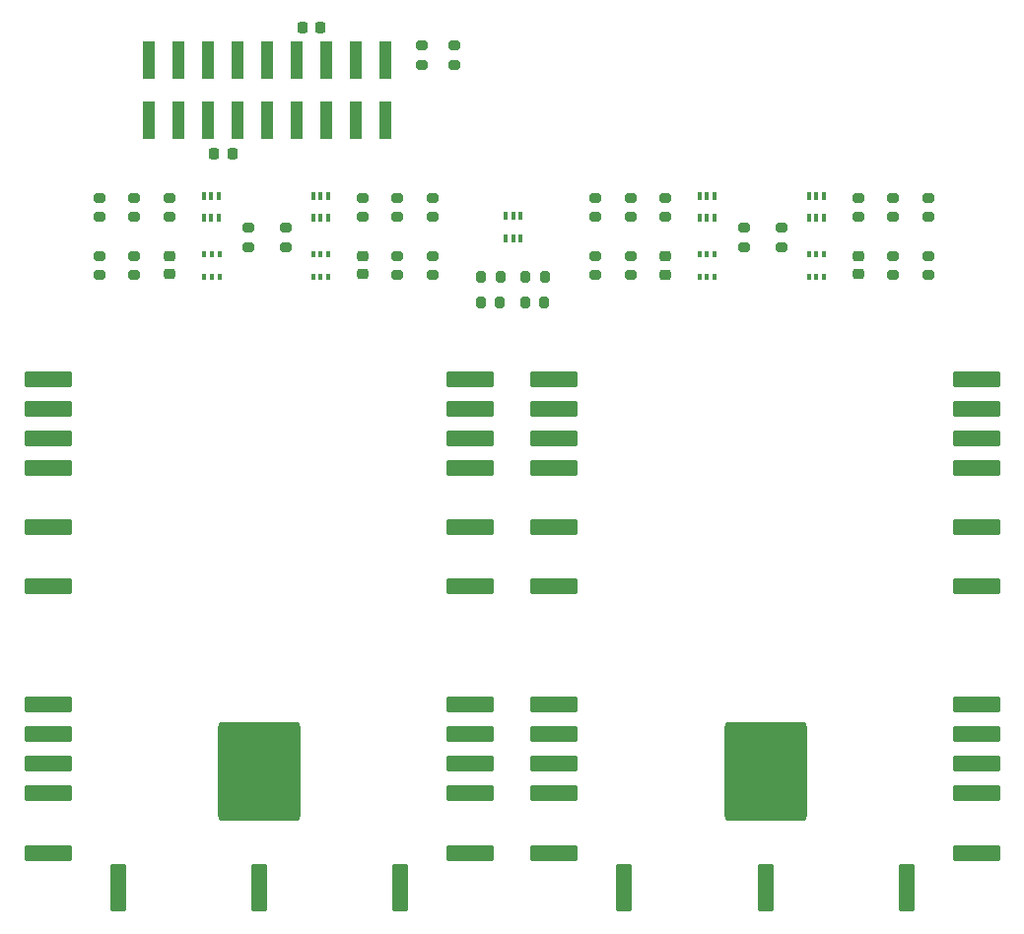
<source format=gtp>
%TF.GenerationSoftware,KiCad,Pcbnew,8.0.8*%
%TF.CreationDate,2025-03-18T17:19:46-07:00*%
%TF.ProjectId,MPPT_addon_board,4d505054-5f61-4646-946f-6e5f626f6172,1.4*%
%TF.SameCoordinates,Original*%
%TF.FileFunction,Paste,Top*%
%TF.FilePolarity,Positive*%
%FSLAX46Y46*%
G04 Gerber Fmt 4.6, Leading zero omitted, Abs format (unit mm)*
G04 Created by KiCad (PCBNEW 8.0.8) date 2025-03-18 17:19:46*
%MOMM*%
%LPD*%
G01*
G04 APERTURE LIST*
G04 Aperture macros list*
%AMRoundRect*
0 Rectangle with rounded corners*
0 $1 Rounding radius*
0 $2 $3 $4 $5 $6 $7 $8 $9 X,Y pos of 4 corners*
0 Add a 4 corners polygon primitive as box body*
4,1,4,$2,$3,$4,$5,$6,$7,$8,$9,$2,$3,0*
0 Add four circle primitives for the rounded corners*
1,1,$1+$1,$2,$3*
1,1,$1+$1,$4,$5*
1,1,$1+$1,$6,$7*
1,1,$1+$1,$8,$9*
0 Add four rect primitives between the rounded corners*
20,1,$1+$1,$2,$3,$4,$5,0*
20,1,$1+$1,$4,$5,$6,$7,0*
20,1,$1+$1,$6,$7,$8,$9,0*
20,1,$1+$1,$8,$9,$2,$3,0*%
G04 Aperture macros list end*
%ADD10RoundRect,0.200000X-0.200000X-0.275000X0.200000X-0.275000X0.200000X0.275000X-0.200000X0.275000X0*%
%ADD11RoundRect,0.200000X0.275000X-0.200000X0.275000X0.200000X-0.275000X0.200000X-0.275000X-0.200000X0*%
%ADD12RoundRect,0.200000X-0.275000X0.200000X-0.275000X-0.200000X0.275000X-0.200000X0.275000X0.200000X0*%
%ADD13RoundRect,0.100000X-0.100000X0.225000X-0.100000X-0.225000X0.100000X-0.225000X0.100000X0.225000X0*%
%ADD14RoundRect,0.200000X0.200000X0.275000X-0.200000X0.275000X-0.200000X-0.275000X0.200000X-0.275000X0*%
%ADD15RoundRect,0.225000X0.250000X-0.225000X0.250000X0.225000X-0.250000X0.225000X-0.250000X-0.225000X0*%
%ADD16RoundRect,0.140000X1.910000X0.560000X-1.910000X0.560000X-1.910000X-0.560000X1.910000X-0.560000X0*%
%ADD17RoundRect,0.140000X-0.560000X1.910000X-0.560000X-1.910000X0.560000X-1.910000X0.560000X1.910000X0*%
%ADD18RoundRect,0.352000X3.168000X3.908000X-3.168000X3.908000X-3.168000X-3.908000X3.168000X-3.908000X0*%
%ADD19RoundRect,0.225000X0.225000X0.250000X-0.225000X0.250000X-0.225000X-0.250000X0.225000X-0.250000X0*%
%ADD20RoundRect,0.100000X0.100000X-0.225000X0.100000X0.225000X-0.100000X0.225000X-0.100000X-0.225000X0*%
%ADD21RoundRect,0.225000X-0.225000X-0.250000X0.225000X-0.250000X0.225000X0.250000X-0.225000X0.250000X0*%
%ADD22R,0.400000X0.600000*%
%ADD23R,1.140000X3.175000*%
G04 APERTURE END LIST*
D10*
X140800000Y-83000000D03*
X142450000Y-83000000D03*
D11*
X176200000Y-82825000D03*
X176200000Y-81175000D03*
D12*
X153600000Y-76175000D03*
X153600000Y-77825000D03*
X138500000Y-63100000D03*
X138500000Y-64750000D03*
X111000000Y-76175000D03*
X111000000Y-77825000D03*
D13*
X127650000Y-76050000D03*
X127000000Y-76050000D03*
X126350000Y-76050000D03*
X126350000Y-77950000D03*
X127000000Y-77950000D03*
X127650000Y-77950000D03*
D12*
X114000000Y-76175000D03*
X114000000Y-77825000D03*
D11*
X166600000Y-80425000D03*
X166600000Y-78775000D03*
D14*
X146250000Y-83000000D03*
X144600000Y-83000000D03*
D11*
X120800000Y-80425000D03*
X120800000Y-78775000D03*
D12*
X150600000Y-76175000D03*
X150600000Y-77825000D03*
D15*
X130600000Y-82775000D03*
X130600000Y-81225000D03*
D16*
X139850000Y-132500000D03*
X139850000Y-127380000D03*
X139850000Y-124840000D03*
X139850000Y-122300000D03*
X139850000Y-119760000D03*
X139850000Y-109600000D03*
X139850000Y-104520000D03*
X139850000Y-99440000D03*
X139850000Y-96900000D03*
X139850000Y-94360000D03*
X139850000Y-91820000D03*
X103600000Y-91820000D03*
X103600000Y-94360000D03*
X103600000Y-96900000D03*
X103600000Y-99440000D03*
X103600000Y-104520000D03*
X103600000Y-109600000D03*
X103600000Y-119760000D03*
X103600000Y-122300000D03*
X103600000Y-124840000D03*
X103600000Y-127380000D03*
X103600000Y-132500000D03*
D17*
X109600000Y-135500000D03*
X121725000Y-135500000D03*
X133850000Y-135500000D03*
D18*
X121725000Y-125475000D03*
D19*
X119400000Y-72400000D03*
X117850000Y-72400000D03*
D12*
X150600000Y-81175000D03*
X150600000Y-82825000D03*
D11*
X133600000Y-82825000D03*
X133600000Y-81175000D03*
D12*
X133600000Y-76175000D03*
X133600000Y-77825000D03*
X173200000Y-76175000D03*
X173200000Y-77825000D03*
X130600000Y-76175000D03*
X130600000Y-77825000D03*
D20*
X142900000Y-79650000D03*
X143550000Y-79650000D03*
X144200000Y-79650000D03*
X144200000Y-77750000D03*
X143550000Y-77750000D03*
X142900000Y-77750000D03*
D14*
X142400000Y-85200000D03*
X140750000Y-85200000D03*
D12*
X179200000Y-76175000D03*
X179200000Y-77825000D03*
D11*
X163400000Y-80425000D03*
X163400000Y-78775000D03*
X124000000Y-80425000D03*
X124000000Y-78775000D03*
D15*
X173200000Y-82775000D03*
X173200000Y-81225000D03*
D12*
X108000000Y-76175000D03*
X108000000Y-77825000D03*
X136600000Y-76175000D03*
X136600000Y-77825000D03*
D21*
X125425000Y-61600000D03*
X126975000Y-61600000D03*
D22*
X127650000Y-81050000D03*
X127000000Y-81050000D03*
X126350000Y-81050000D03*
X126350000Y-82950000D03*
X127000000Y-82950000D03*
X127650000Y-82950000D03*
D12*
X176200000Y-76175000D03*
X176200000Y-77825000D03*
X108000000Y-81175000D03*
X108000000Y-82825000D03*
D15*
X114000000Y-82775000D03*
X114000000Y-81225000D03*
D11*
X153600000Y-82825000D03*
X153600000Y-81175000D03*
D22*
X160850000Y-81050000D03*
X160200000Y-81050000D03*
X159550000Y-81050000D03*
X159550000Y-82950000D03*
X160200000Y-82950000D03*
X160850000Y-82950000D03*
D12*
X135700000Y-63100000D03*
X135700000Y-64750000D03*
D13*
X118250000Y-76050000D03*
X117600000Y-76050000D03*
X116950000Y-76050000D03*
X116950000Y-77950000D03*
X117600000Y-77950000D03*
X118250000Y-77950000D03*
D16*
X183325000Y-132500000D03*
X183325000Y-127380000D03*
X183325000Y-124840000D03*
X183325000Y-122300000D03*
X183325000Y-119760000D03*
X183325000Y-109600000D03*
X183325000Y-104520000D03*
X183325000Y-99440000D03*
X183325000Y-96900000D03*
X183325000Y-94360000D03*
X183325000Y-91820000D03*
X147075000Y-91820000D03*
X147075000Y-94360000D03*
X147075000Y-96900000D03*
X147075000Y-99440000D03*
X147075000Y-104520000D03*
X147075000Y-109600000D03*
X147075000Y-119760000D03*
X147075000Y-122300000D03*
X147075000Y-124840000D03*
X147075000Y-127380000D03*
X147075000Y-132500000D03*
D17*
X153075000Y-135500000D03*
X165200000Y-135500000D03*
X177325000Y-135500000D03*
D18*
X165200000Y-125475000D03*
D22*
X118300000Y-81050000D03*
X117650000Y-81050000D03*
X117000000Y-81050000D03*
X117000000Y-82950000D03*
X117650000Y-82950000D03*
X118300000Y-82950000D03*
D13*
X160850000Y-76050000D03*
X160200000Y-76050000D03*
X159550000Y-76050000D03*
X159550000Y-77950000D03*
X160200000Y-77950000D03*
X160850000Y-77950000D03*
D12*
X156600000Y-76175000D03*
X156600000Y-77825000D03*
D22*
X170250000Y-81050000D03*
X169600000Y-81050000D03*
X168950000Y-81050000D03*
X168950000Y-82950000D03*
X169600000Y-82950000D03*
X170250000Y-82950000D03*
D23*
X112270000Y-69552500D03*
X112270000Y-64347500D03*
X114810000Y-69552500D03*
X114810000Y-64347500D03*
X117350000Y-69552500D03*
X117350000Y-64347500D03*
X119890000Y-69552500D03*
X119890000Y-64347500D03*
X122430000Y-69552500D03*
X122430000Y-64347500D03*
X124970000Y-69552500D03*
X124970000Y-64347500D03*
X127510000Y-69552500D03*
X127510000Y-64347500D03*
X130050000Y-69552500D03*
X130050000Y-64347500D03*
X132590000Y-69552500D03*
X132590000Y-64347500D03*
D13*
X170250000Y-76050000D03*
X169600000Y-76050000D03*
X168950000Y-76050000D03*
X168950000Y-77950000D03*
X169600000Y-77950000D03*
X170250000Y-77950000D03*
D14*
X146225000Y-85200000D03*
X144575000Y-85200000D03*
D11*
X111000000Y-82825000D03*
X111000000Y-81175000D03*
D12*
X136600000Y-81175000D03*
X136600000Y-82825000D03*
D15*
X156600000Y-82800000D03*
X156600000Y-81250000D03*
D12*
X179200000Y-81175000D03*
X179200000Y-82825000D03*
M02*

</source>
